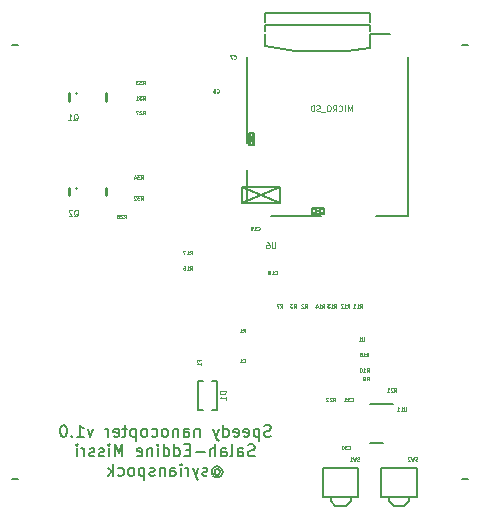
<source format=gbo>
G04 #@! TF.FileFunction,Legend,Bot*
%FSLAX46Y46*%
G04 Gerber Fmt 4.6, Leading zero omitted, Abs format (unit mm)*
G04 Created by KiCad (PCBNEW 4.1.0-alpha+201607160317+6981~46~ubuntu14.04.1-product) date Fri Jul 22 01:01:49 2016*
%MOMM*%
%LPD*%
G01*
G04 APERTURE LIST*
%ADD10C,0.100000*%
%ADD11C,0.150000*%
%ADD12C,0.250000*%
%ADD13C,0.050000*%
%ADD14C,0.125000*%
G04 APERTURE END LIST*
D10*
D11*
X139998571Y-109584761D02*
X139855714Y-109632380D01*
X139617619Y-109632380D01*
X139522380Y-109584761D01*
X139474761Y-109537142D01*
X139427142Y-109441904D01*
X139427142Y-109346666D01*
X139474761Y-109251428D01*
X139522380Y-109203809D01*
X139617619Y-109156190D01*
X139808095Y-109108571D01*
X139903333Y-109060952D01*
X139950952Y-109013333D01*
X139998571Y-108918095D01*
X139998571Y-108822857D01*
X139950952Y-108727619D01*
X139903333Y-108680000D01*
X139808095Y-108632380D01*
X139570000Y-108632380D01*
X139427142Y-108680000D01*
X138998571Y-108965714D02*
X138998571Y-109965714D01*
X138998571Y-109013333D02*
X138903333Y-108965714D01*
X138712857Y-108965714D01*
X138617619Y-109013333D01*
X138570000Y-109060952D01*
X138522380Y-109156190D01*
X138522380Y-109441904D01*
X138570000Y-109537142D01*
X138617619Y-109584761D01*
X138712857Y-109632380D01*
X138903333Y-109632380D01*
X138998571Y-109584761D01*
X137712857Y-109584761D02*
X137808095Y-109632380D01*
X137998571Y-109632380D01*
X138093809Y-109584761D01*
X138141428Y-109489523D01*
X138141428Y-109108571D01*
X138093809Y-109013333D01*
X137998571Y-108965714D01*
X137808095Y-108965714D01*
X137712857Y-109013333D01*
X137665238Y-109108571D01*
X137665238Y-109203809D01*
X138141428Y-109299047D01*
X136855714Y-109584761D02*
X136950952Y-109632380D01*
X137141428Y-109632380D01*
X137236666Y-109584761D01*
X137284285Y-109489523D01*
X137284285Y-109108571D01*
X137236666Y-109013333D01*
X137141428Y-108965714D01*
X136950952Y-108965714D01*
X136855714Y-109013333D01*
X136808095Y-109108571D01*
X136808095Y-109203809D01*
X137284285Y-109299047D01*
X135950952Y-109632380D02*
X135950952Y-108632380D01*
X135950952Y-109584761D02*
X136046190Y-109632380D01*
X136236666Y-109632380D01*
X136331904Y-109584761D01*
X136379523Y-109537142D01*
X136427142Y-109441904D01*
X136427142Y-109156190D01*
X136379523Y-109060952D01*
X136331904Y-109013333D01*
X136236666Y-108965714D01*
X136046190Y-108965714D01*
X135950952Y-109013333D01*
X135570000Y-108965714D02*
X135331904Y-109632380D01*
X135093809Y-108965714D02*
X135331904Y-109632380D01*
X135427142Y-109870476D01*
X135474761Y-109918095D01*
X135570000Y-109965714D01*
X133950952Y-108965714D02*
X133950952Y-109632380D01*
X133950952Y-109060952D02*
X133903333Y-109013333D01*
X133808095Y-108965714D01*
X133665238Y-108965714D01*
X133570000Y-109013333D01*
X133522380Y-109108571D01*
X133522380Y-109632380D01*
X132617619Y-109632380D02*
X132617619Y-109108571D01*
X132665238Y-109013333D01*
X132760476Y-108965714D01*
X132950952Y-108965714D01*
X133046190Y-109013333D01*
X132617619Y-109584761D02*
X132712857Y-109632380D01*
X132950952Y-109632380D01*
X133046190Y-109584761D01*
X133093809Y-109489523D01*
X133093809Y-109394285D01*
X133046190Y-109299047D01*
X132950952Y-109251428D01*
X132712857Y-109251428D01*
X132617619Y-109203809D01*
X132141428Y-108965714D02*
X132141428Y-109632380D01*
X132141428Y-109060952D02*
X132093809Y-109013333D01*
X131998571Y-108965714D01*
X131855714Y-108965714D01*
X131760476Y-109013333D01*
X131712857Y-109108571D01*
X131712857Y-109632380D01*
X131093809Y-109632380D02*
X131189047Y-109584761D01*
X131236666Y-109537142D01*
X131284285Y-109441904D01*
X131284285Y-109156190D01*
X131236666Y-109060952D01*
X131189047Y-109013333D01*
X131093809Y-108965714D01*
X130950952Y-108965714D01*
X130855714Y-109013333D01*
X130808095Y-109060952D01*
X130760476Y-109156190D01*
X130760476Y-109441904D01*
X130808095Y-109537142D01*
X130855714Y-109584761D01*
X130950952Y-109632380D01*
X131093809Y-109632380D01*
X129903333Y-109584761D02*
X129998571Y-109632380D01*
X130189047Y-109632380D01*
X130284285Y-109584761D01*
X130331904Y-109537142D01*
X130379523Y-109441904D01*
X130379523Y-109156190D01*
X130331904Y-109060952D01*
X130284285Y-109013333D01*
X130189047Y-108965714D01*
X129998571Y-108965714D01*
X129903333Y-109013333D01*
X129331904Y-109632380D02*
X129427142Y-109584761D01*
X129474761Y-109537142D01*
X129522380Y-109441904D01*
X129522380Y-109156190D01*
X129474761Y-109060952D01*
X129427142Y-109013333D01*
X129331904Y-108965714D01*
X129189047Y-108965714D01*
X129093809Y-109013333D01*
X129046190Y-109060952D01*
X128998571Y-109156190D01*
X128998571Y-109441904D01*
X129046190Y-109537142D01*
X129093809Y-109584761D01*
X129189047Y-109632380D01*
X129331904Y-109632380D01*
X128570000Y-108965714D02*
X128570000Y-109965714D01*
X128570000Y-109013333D02*
X128474761Y-108965714D01*
X128284285Y-108965714D01*
X128189047Y-109013333D01*
X128141428Y-109060952D01*
X128093809Y-109156190D01*
X128093809Y-109441904D01*
X128141428Y-109537142D01*
X128189047Y-109584761D01*
X128284285Y-109632380D01*
X128474761Y-109632380D01*
X128570000Y-109584761D01*
X127808095Y-108965714D02*
X127427142Y-108965714D01*
X127665238Y-108632380D02*
X127665238Y-109489523D01*
X127617619Y-109584761D01*
X127522380Y-109632380D01*
X127427142Y-109632380D01*
X126712857Y-109584761D02*
X126808095Y-109632380D01*
X126998571Y-109632380D01*
X127093809Y-109584761D01*
X127141428Y-109489523D01*
X127141428Y-109108571D01*
X127093809Y-109013333D01*
X126998571Y-108965714D01*
X126808095Y-108965714D01*
X126712857Y-109013333D01*
X126665238Y-109108571D01*
X126665238Y-109203809D01*
X127141428Y-109299047D01*
X126236666Y-109632380D02*
X126236666Y-108965714D01*
X126236666Y-109156190D02*
X126189047Y-109060952D01*
X126141428Y-109013333D01*
X126046190Y-108965714D01*
X125950952Y-108965714D01*
X124950952Y-108965714D02*
X124712857Y-109632380D01*
X124474761Y-108965714D01*
X123570000Y-109632380D02*
X124141428Y-109632380D01*
X123855714Y-109632380D02*
X123855714Y-108632380D01*
X123950952Y-108775238D01*
X124046190Y-108870476D01*
X124141428Y-108918095D01*
X123141428Y-109537142D02*
X123093809Y-109584761D01*
X123141428Y-109632380D01*
X123189047Y-109584761D01*
X123141428Y-109537142D01*
X123141428Y-109632380D01*
X122474761Y-108632380D02*
X122379523Y-108632380D01*
X122284285Y-108680000D01*
X122236666Y-108727619D01*
X122189047Y-108822857D01*
X122141428Y-109013333D01*
X122141428Y-109251428D01*
X122189047Y-109441904D01*
X122236666Y-109537142D01*
X122284285Y-109584761D01*
X122379523Y-109632380D01*
X122474761Y-109632380D01*
X122570000Y-109584761D01*
X122617619Y-109537142D01*
X122665238Y-109441904D01*
X122712857Y-109251428D01*
X122712857Y-109013333D01*
X122665238Y-108822857D01*
X122617619Y-108727619D01*
X122570000Y-108680000D01*
X122474761Y-108632380D01*
X138617619Y-111234761D02*
X138474761Y-111282380D01*
X138236666Y-111282380D01*
X138141428Y-111234761D01*
X138093809Y-111187142D01*
X138046190Y-111091904D01*
X138046190Y-110996666D01*
X138093809Y-110901428D01*
X138141428Y-110853809D01*
X138236666Y-110806190D01*
X138427142Y-110758571D01*
X138522380Y-110710952D01*
X138570000Y-110663333D01*
X138617619Y-110568095D01*
X138617619Y-110472857D01*
X138570000Y-110377619D01*
X138522380Y-110330000D01*
X138427142Y-110282380D01*
X138189047Y-110282380D01*
X138046190Y-110330000D01*
X137189047Y-111282380D02*
X137189047Y-110758571D01*
X137236666Y-110663333D01*
X137331904Y-110615714D01*
X137522380Y-110615714D01*
X137617619Y-110663333D01*
X137189047Y-111234761D02*
X137284285Y-111282380D01*
X137522380Y-111282380D01*
X137617619Y-111234761D01*
X137665238Y-111139523D01*
X137665238Y-111044285D01*
X137617619Y-110949047D01*
X137522380Y-110901428D01*
X137284285Y-110901428D01*
X137189047Y-110853809D01*
X136570000Y-111282380D02*
X136665238Y-111234761D01*
X136712857Y-111139523D01*
X136712857Y-110282380D01*
X135760476Y-111282380D02*
X135760476Y-110758571D01*
X135808095Y-110663333D01*
X135903333Y-110615714D01*
X136093809Y-110615714D01*
X136189047Y-110663333D01*
X135760476Y-111234761D02*
X135855714Y-111282380D01*
X136093809Y-111282380D01*
X136189047Y-111234761D01*
X136236666Y-111139523D01*
X136236666Y-111044285D01*
X136189047Y-110949047D01*
X136093809Y-110901428D01*
X135855714Y-110901428D01*
X135760476Y-110853809D01*
X135284285Y-111282380D02*
X135284285Y-110282380D01*
X134855714Y-111282380D02*
X134855714Y-110758571D01*
X134903333Y-110663333D01*
X134998571Y-110615714D01*
X135141428Y-110615714D01*
X135236666Y-110663333D01*
X135284285Y-110710952D01*
X134379523Y-110901428D02*
X133617619Y-110901428D01*
X133141428Y-110758571D02*
X132808095Y-110758571D01*
X132665238Y-111282380D02*
X133141428Y-111282380D01*
X133141428Y-110282380D01*
X132665238Y-110282380D01*
X131808095Y-111282380D02*
X131808095Y-110282380D01*
X131808095Y-111234761D02*
X131903333Y-111282380D01*
X132093809Y-111282380D01*
X132189047Y-111234761D01*
X132236666Y-111187142D01*
X132284285Y-111091904D01*
X132284285Y-110806190D01*
X132236666Y-110710952D01*
X132189047Y-110663333D01*
X132093809Y-110615714D01*
X131903333Y-110615714D01*
X131808095Y-110663333D01*
X130903333Y-111282380D02*
X130903333Y-110282380D01*
X130903333Y-111234761D02*
X130998571Y-111282380D01*
X131189047Y-111282380D01*
X131284285Y-111234761D01*
X131331904Y-111187142D01*
X131379523Y-111091904D01*
X131379523Y-110806190D01*
X131331904Y-110710952D01*
X131284285Y-110663333D01*
X131189047Y-110615714D01*
X130998571Y-110615714D01*
X130903333Y-110663333D01*
X130427142Y-111282380D02*
X130427142Y-110615714D01*
X130427142Y-110282380D02*
X130474761Y-110330000D01*
X130427142Y-110377619D01*
X130379523Y-110330000D01*
X130427142Y-110282380D01*
X130427142Y-110377619D01*
X129950952Y-110615714D02*
X129950952Y-111282380D01*
X129950952Y-110710952D02*
X129903333Y-110663333D01*
X129808095Y-110615714D01*
X129665238Y-110615714D01*
X129570000Y-110663333D01*
X129522380Y-110758571D01*
X129522380Y-111282380D01*
X128665238Y-111234761D02*
X128760476Y-111282380D01*
X128950952Y-111282380D01*
X129046190Y-111234761D01*
X129093809Y-111139523D01*
X129093809Y-110758571D01*
X129046190Y-110663333D01*
X128950952Y-110615714D01*
X128760476Y-110615714D01*
X128665238Y-110663333D01*
X128617619Y-110758571D01*
X128617619Y-110853809D01*
X129093809Y-110949047D01*
X127427142Y-111282380D02*
X127427142Y-110282380D01*
X127093809Y-110996666D01*
X126760476Y-110282380D01*
X126760476Y-111282380D01*
X126284285Y-111282380D02*
X126284285Y-110615714D01*
X126284285Y-110282380D02*
X126331904Y-110330000D01*
X126284285Y-110377619D01*
X126236666Y-110330000D01*
X126284285Y-110282380D01*
X126284285Y-110377619D01*
X125855714Y-111234761D02*
X125760476Y-111282380D01*
X125570000Y-111282380D01*
X125474761Y-111234761D01*
X125427142Y-111139523D01*
X125427142Y-111091904D01*
X125474761Y-110996666D01*
X125570000Y-110949047D01*
X125712857Y-110949047D01*
X125808095Y-110901428D01*
X125855714Y-110806190D01*
X125855714Y-110758571D01*
X125808095Y-110663333D01*
X125712857Y-110615714D01*
X125570000Y-110615714D01*
X125474761Y-110663333D01*
X125046190Y-111234761D02*
X124950952Y-111282380D01*
X124760476Y-111282380D01*
X124665238Y-111234761D01*
X124617619Y-111139523D01*
X124617619Y-111091904D01*
X124665238Y-110996666D01*
X124760476Y-110949047D01*
X124903333Y-110949047D01*
X124998571Y-110901428D01*
X125046190Y-110806190D01*
X125046190Y-110758571D01*
X124998571Y-110663333D01*
X124903333Y-110615714D01*
X124760476Y-110615714D01*
X124665238Y-110663333D01*
X124189047Y-111282380D02*
X124189047Y-110615714D01*
X124189047Y-110806190D02*
X124141428Y-110710952D01*
X124093809Y-110663333D01*
X123998571Y-110615714D01*
X123903333Y-110615714D01*
X123570000Y-111282380D02*
X123570000Y-110615714D01*
X123570000Y-110282380D02*
X123617619Y-110330000D01*
X123570000Y-110377619D01*
X123522380Y-110330000D01*
X123570000Y-110282380D01*
X123570000Y-110377619D01*
X135236666Y-112456190D02*
X135284285Y-112408571D01*
X135379523Y-112360952D01*
X135474761Y-112360952D01*
X135570000Y-112408571D01*
X135617619Y-112456190D01*
X135665238Y-112551428D01*
X135665238Y-112646666D01*
X135617619Y-112741904D01*
X135570000Y-112789523D01*
X135474761Y-112837142D01*
X135379523Y-112837142D01*
X135284285Y-112789523D01*
X135236666Y-112741904D01*
X135236666Y-112360952D02*
X135236666Y-112741904D01*
X135189047Y-112789523D01*
X135141428Y-112789523D01*
X135046190Y-112741904D01*
X134998571Y-112646666D01*
X134998571Y-112408571D01*
X135093809Y-112265714D01*
X135236666Y-112170476D01*
X135427142Y-112122857D01*
X135617619Y-112170476D01*
X135760476Y-112265714D01*
X135855714Y-112408571D01*
X135903333Y-112599047D01*
X135855714Y-112789523D01*
X135760476Y-112932380D01*
X135617619Y-113027619D01*
X135427142Y-113075238D01*
X135236666Y-113027619D01*
X135093809Y-112932380D01*
X134617619Y-112884761D02*
X134522380Y-112932380D01*
X134331904Y-112932380D01*
X134236666Y-112884761D01*
X134189047Y-112789523D01*
X134189047Y-112741904D01*
X134236666Y-112646666D01*
X134331904Y-112599047D01*
X134474761Y-112599047D01*
X134570000Y-112551428D01*
X134617619Y-112456190D01*
X134617619Y-112408571D01*
X134570000Y-112313333D01*
X134474761Y-112265714D01*
X134331904Y-112265714D01*
X134236666Y-112313333D01*
X133855714Y-112265714D02*
X133617619Y-112932380D01*
X133379523Y-112265714D02*
X133617619Y-112932380D01*
X133712857Y-113170476D01*
X133760476Y-113218095D01*
X133855714Y-113265714D01*
X132998571Y-112932380D02*
X132998571Y-112265714D01*
X132998571Y-112456190D02*
X132950952Y-112360952D01*
X132903333Y-112313333D01*
X132808095Y-112265714D01*
X132712857Y-112265714D01*
X132379523Y-112932380D02*
X132379523Y-112265714D01*
X132379523Y-111932380D02*
X132427142Y-111980000D01*
X132379523Y-112027619D01*
X132331904Y-111980000D01*
X132379523Y-111932380D01*
X132379523Y-112027619D01*
X131474761Y-112932380D02*
X131474761Y-112408571D01*
X131522380Y-112313333D01*
X131617619Y-112265714D01*
X131808095Y-112265714D01*
X131903333Y-112313333D01*
X131474761Y-112884761D02*
X131570000Y-112932380D01*
X131808095Y-112932380D01*
X131903333Y-112884761D01*
X131950952Y-112789523D01*
X131950952Y-112694285D01*
X131903333Y-112599047D01*
X131808095Y-112551428D01*
X131570000Y-112551428D01*
X131474761Y-112503809D01*
X130998571Y-112265714D02*
X130998571Y-112932380D01*
X130998571Y-112360952D02*
X130950952Y-112313333D01*
X130855714Y-112265714D01*
X130712857Y-112265714D01*
X130617619Y-112313333D01*
X130570000Y-112408571D01*
X130570000Y-112932380D01*
X130141428Y-112884761D02*
X130046190Y-112932380D01*
X129855714Y-112932380D01*
X129760476Y-112884761D01*
X129712857Y-112789523D01*
X129712857Y-112741904D01*
X129760476Y-112646666D01*
X129855714Y-112599047D01*
X129998571Y-112599047D01*
X130093809Y-112551428D01*
X130141428Y-112456190D01*
X130141428Y-112408571D01*
X130093809Y-112313333D01*
X129998571Y-112265714D01*
X129855714Y-112265714D01*
X129760476Y-112313333D01*
X129284285Y-112265714D02*
X129284285Y-113265714D01*
X129284285Y-112313333D02*
X129189047Y-112265714D01*
X128998571Y-112265714D01*
X128903333Y-112313333D01*
X128855714Y-112360952D01*
X128808095Y-112456190D01*
X128808095Y-112741904D01*
X128855714Y-112837142D01*
X128903333Y-112884761D01*
X128998571Y-112932380D01*
X129189047Y-112932380D01*
X129284285Y-112884761D01*
X128236666Y-112932380D02*
X128331904Y-112884761D01*
X128379523Y-112837142D01*
X128427142Y-112741904D01*
X128427142Y-112456190D01*
X128379523Y-112360952D01*
X128331904Y-112313333D01*
X128236666Y-112265714D01*
X128093809Y-112265714D01*
X127998571Y-112313333D01*
X127950952Y-112360952D01*
X127903333Y-112456190D01*
X127903333Y-112741904D01*
X127950952Y-112837142D01*
X127998571Y-112884761D01*
X128093809Y-112932380D01*
X128236666Y-112932380D01*
X127046190Y-112884761D02*
X127141428Y-112932380D01*
X127331904Y-112932380D01*
X127427142Y-112884761D01*
X127474761Y-112837142D01*
X127522380Y-112741904D01*
X127522380Y-112456190D01*
X127474761Y-112360952D01*
X127427142Y-112313333D01*
X127331904Y-112265714D01*
X127141428Y-112265714D01*
X127046190Y-112313333D01*
X126617619Y-112932380D02*
X126617619Y-111932380D01*
X126522380Y-112551428D02*
X126236666Y-112932380D01*
X126236666Y-112265714D02*
X126617619Y-112646666D01*
X135025000Y-107325000D02*
X135425000Y-107325000D01*
X135425000Y-107325000D02*
X135425000Y-104925000D01*
X135425000Y-104925000D02*
X135025000Y-104925000D01*
X134225000Y-104925000D02*
X133825000Y-104925000D01*
X133825000Y-104925000D02*
X133825000Y-107325000D01*
X133825000Y-107325000D02*
X134225000Y-107325000D01*
D12*
X126000000Y-81170000D02*
X126000000Y-80550000D01*
X122900000Y-81170000D02*
X122900000Y-80550000D01*
X123500000Y-80560000D02*
X123500000Y-80550000D01*
X126000000Y-89170000D02*
X126000000Y-88550000D01*
X122900000Y-89170000D02*
X122900000Y-88550000D01*
X123500000Y-88560000D02*
X123500000Y-88550000D01*
D11*
X145050000Y-114770000D02*
X145050000Y-115070000D01*
X145050000Y-115070000D02*
X145450000Y-115470000D01*
X145450000Y-115470000D02*
X146350000Y-115470000D01*
X146350000Y-115470000D02*
X146750000Y-115070000D01*
X146750000Y-115070000D02*
X146750000Y-114770000D01*
X144400000Y-114750000D02*
X144400000Y-112250000D01*
X144400000Y-112250000D02*
X147400000Y-112250000D01*
X147400000Y-112250000D02*
X147400000Y-114750000D01*
X147400000Y-114750000D02*
X144400000Y-114750000D01*
X150000000Y-114770000D02*
X150000000Y-115070000D01*
X150000000Y-115070000D02*
X150400000Y-115470000D01*
X150400000Y-115470000D02*
X151300000Y-115470000D01*
X151300000Y-115470000D02*
X151700000Y-115070000D01*
X151700000Y-115070000D02*
X151700000Y-114770000D01*
X149350000Y-114750000D02*
X149350000Y-112250000D01*
X149350000Y-112250000D02*
X152350000Y-112250000D01*
X152350000Y-112250000D02*
X152350000Y-114750000D01*
X152350000Y-114750000D02*
X149350000Y-114750000D01*
X149525000Y-110125000D02*
X148375000Y-110125000D01*
X150300000Y-106875000D02*
X148375000Y-106875000D01*
X148350000Y-74500000D02*
X148350000Y-73750000D01*
X148350000Y-73750000D02*
X139500000Y-73750000D01*
X139500000Y-73750000D02*
X139500000Y-74500000D01*
X148400000Y-75300000D02*
X148400000Y-74750000D01*
X148400000Y-74750000D02*
X139500000Y-74750000D01*
X139500000Y-74750000D02*
X139500000Y-75300000D01*
X143450000Y-90250000D02*
X144450000Y-90750000D01*
X144450000Y-90250000D02*
X143450000Y-90250000D01*
X143450000Y-90250000D02*
X143450000Y-90750000D01*
X143450000Y-90750000D02*
X144450000Y-90750000D01*
X144450000Y-90750000D02*
X144450000Y-90250000D01*
X144450000Y-90250000D02*
X143450000Y-90750000D01*
X137550000Y-88450000D02*
X140800000Y-89850000D01*
X140750000Y-88450000D02*
X137550000Y-89850000D01*
X138600000Y-84950000D02*
X138100000Y-83950000D01*
X138600000Y-83950000D02*
X138600000Y-84950000D01*
X138600000Y-84950000D02*
X138100000Y-84950000D01*
X138100000Y-84950000D02*
X138100000Y-83950000D01*
X138100000Y-83950000D02*
X138600000Y-83950000D01*
X138600000Y-83950000D02*
X138100000Y-84950000D01*
X140800000Y-88450000D02*
X137550000Y-88450000D01*
X137550000Y-88450000D02*
X137550000Y-89850000D01*
X137550000Y-89850000D02*
X140800000Y-89850000D01*
X140800000Y-89850000D02*
X140800000Y-88450000D01*
X139500000Y-76550000D02*
X139500000Y-75550000D01*
X150100000Y-75550000D02*
X148400000Y-75550000D01*
X148400000Y-75550000D02*
X148400000Y-76750000D01*
X148400000Y-76750000D02*
X146400000Y-76950000D01*
X146400000Y-76950000D02*
X142000000Y-76950000D01*
X142000000Y-76950000D02*
X139500000Y-76550000D01*
X148900000Y-90950000D02*
X151600000Y-90950000D01*
X151600000Y-77450000D02*
X151600000Y-90950000D01*
X138000000Y-84750000D02*
X138000000Y-77450000D01*
X138000000Y-89650000D02*
X138000000Y-87050000D01*
X144200000Y-90950000D02*
X140000000Y-90950000D01*
X156700000Y-76474300D02*
X156200000Y-76474300D01*
X118600000Y-76425000D02*
X118100000Y-76425000D01*
X118600000Y-113225000D02*
X118100000Y-113225000D01*
X156700000Y-113224300D02*
X156200000Y-113224300D01*
D13*
X137650000Y-103307142D02*
X137664285Y-103321428D01*
X137707142Y-103335714D01*
X137735714Y-103335714D01*
X137778571Y-103321428D01*
X137807142Y-103292857D01*
X137821428Y-103264285D01*
X137835714Y-103207142D01*
X137835714Y-103164285D01*
X137821428Y-103107142D01*
X137807142Y-103078571D01*
X137778571Y-103050000D01*
X137735714Y-103035714D01*
X137707142Y-103035714D01*
X137664285Y-103050000D01*
X137650000Y-103064285D01*
X137364285Y-103335714D02*
X137535714Y-103335714D01*
X137450000Y-103335714D02*
X137450000Y-103035714D01*
X137478571Y-103078571D01*
X137507142Y-103107142D01*
X137535714Y-103121428D01*
X136850000Y-77607142D02*
X136864285Y-77621428D01*
X136907142Y-77635714D01*
X136935714Y-77635714D01*
X136978571Y-77621428D01*
X137007142Y-77592857D01*
X137021428Y-77564285D01*
X137035714Y-77507142D01*
X137035714Y-77464285D01*
X137021428Y-77407142D01*
X137007142Y-77378571D01*
X136978571Y-77350000D01*
X136935714Y-77335714D01*
X136907142Y-77335714D01*
X136864285Y-77350000D01*
X136850000Y-77364285D01*
X136750000Y-77335714D02*
X136550000Y-77335714D01*
X136678571Y-77635714D01*
X140342857Y-95860074D02*
X140357142Y-95874360D01*
X140400000Y-95888646D01*
X140428571Y-95888646D01*
X140471428Y-95874360D01*
X140500000Y-95845789D01*
X140514285Y-95817217D01*
X140528571Y-95760074D01*
X140528571Y-95717217D01*
X140514285Y-95660074D01*
X140500000Y-95631503D01*
X140471428Y-95602932D01*
X140428571Y-95588646D01*
X140400000Y-95588646D01*
X140357142Y-95602932D01*
X140342857Y-95617217D01*
X140057142Y-95888646D02*
X140228571Y-95888646D01*
X140142857Y-95888646D02*
X140142857Y-95588646D01*
X140171428Y-95631503D01*
X140200000Y-95660074D01*
X140228571Y-95674360D01*
X139885714Y-95717217D02*
X139914285Y-95702932D01*
X139928571Y-95688646D01*
X139942857Y-95660074D01*
X139942857Y-95645789D01*
X139928571Y-95617217D01*
X139914285Y-95602932D01*
X139885714Y-95588646D01*
X139828571Y-95588646D01*
X139800000Y-95602932D01*
X139785714Y-95617217D01*
X139771428Y-95645789D01*
X139771428Y-95660074D01*
X139785714Y-95688646D01*
X139800000Y-95702932D01*
X139828571Y-95717217D01*
X139885714Y-95717217D01*
X139914285Y-95731503D01*
X139928571Y-95745789D01*
X139942857Y-95774360D01*
X139942857Y-95831503D01*
X139928571Y-95860074D01*
X139914285Y-95874360D01*
X139885714Y-95888646D01*
X139828571Y-95888646D01*
X139800000Y-95874360D01*
X139785714Y-95860074D01*
X139771428Y-95831503D01*
X139771428Y-95774360D01*
X139785714Y-95745789D01*
X139800000Y-95731503D01*
X139828571Y-95717217D01*
X138842857Y-92107142D02*
X138857142Y-92121428D01*
X138900000Y-92135714D01*
X138928571Y-92135714D01*
X138971428Y-92121428D01*
X139000000Y-92092857D01*
X139014285Y-92064285D01*
X139028571Y-92007142D01*
X139028571Y-91964285D01*
X139014285Y-91907142D01*
X139000000Y-91878571D01*
X138971428Y-91850000D01*
X138928571Y-91835714D01*
X138900000Y-91835714D01*
X138857142Y-91850000D01*
X138842857Y-91864285D01*
X138557142Y-92135714D02*
X138728571Y-92135714D01*
X138642857Y-92135714D02*
X138642857Y-91835714D01*
X138671428Y-91878571D01*
X138700000Y-91907142D01*
X138728571Y-91921428D01*
X138414285Y-92135714D02*
X138357142Y-92135714D01*
X138328571Y-92121428D01*
X138314285Y-92107142D01*
X138285714Y-92064285D01*
X138271428Y-92007142D01*
X138271428Y-91892857D01*
X138285714Y-91864285D01*
X138300000Y-91850000D01*
X138328571Y-91835714D01*
X138385714Y-91835714D01*
X138414285Y-91850000D01*
X138428571Y-91864285D01*
X138442857Y-91892857D01*
X138442857Y-91964285D01*
X138428571Y-91992857D01*
X138414285Y-92007142D01*
X138385714Y-92021428D01*
X138328571Y-92021428D01*
X138300000Y-92007142D01*
X138285714Y-91992857D01*
X138271428Y-91964285D01*
X146542857Y-110657142D02*
X146557142Y-110671428D01*
X146600000Y-110685714D01*
X146628571Y-110685714D01*
X146671428Y-110671428D01*
X146700000Y-110642857D01*
X146714285Y-110614285D01*
X146728571Y-110557142D01*
X146728571Y-110514285D01*
X146714285Y-110457142D01*
X146700000Y-110428571D01*
X146671428Y-110400000D01*
X146628571Y-110385714D01*
X146600000Y-110385714D01*
X146557142Y-110400000D01*
X146542857Y-110414285D01*
X146442857Y-110385714D02*
X146257142Y-110385714D01*
X146357142Y-110500000D01*
X146314285Y-110500000D01*
X146285714Y-110514285D01*
X146271428Y-110528571D01*
X146257142Y-110557142D01*
X146257142Y-110628571D01*
X146271428Y-110657142D01*
X146285714Y-110671428D01*
X146314285Y-110685714D01*
X146400000Y-110685714D01*
X146428571Y-110671428D01*
X146442857Y-110657142D01*
X146071428Y-110385714D02*
X146042857Y-110385714D01*
X146014285Y-110400000D01*
X146000000Y-110414285D01*
X145985714Y-110442857D01*
X145971428Y-110500000D01*
X145971428Y-110571428D01*
X145985714Y-110628571D01*
X146000000Y-110657142D01*
X146014285Y-110671428D01*
X146042857Y-110685714D01*
X146071428Y-110685714D01*
X146100000Y-110671428D01*
X146114285Y-110657142D01*
X146128571Y-110628571D01*
X146142857Y-110571428D01*
X146142857Y-110500000D01*
X146128571Y-110442857D01*
X146114285Y-110414285D01*
X146100000Y-110400000D01*
X146071428Y-110385714D01*
X146792857Y-106607142D02*
X146807142Y-106621428D01*
X146850000Y-106635714D01*
X146878571Y-106635714D01*
X146921428Y-106621428D01*
X146950000Y-106592857D01*
X146964285Y-106564285D01*
X146978571Y-106507142D01*
X146978571Y-106464285D01*
X146964285Y-106407142D01*
X146950000Y-106378571D01*
X146921428Y-106350000D01*
X146878571Y-106335714D01*
X146850000Y-106335714D01*
X146807142Y-106350000D01*
X146792857Y-106364285D01*
X146692857Y-106335714D02*
X146507142Y-106335714D01*
X146607142Y-106450000D01*
X146564285Y-106450000D01*
X146535714Y-106464285D01*
X146521428Y-106478571D01*
X146507142Y-106507142D01*
X146507142Y-106578571D01*
X146521428Y-106607142D01*
X146535714Y-106621428D01*
X146564285Y-106635714D01*
X146650000Y-106635714D01*
X146678571Y-106621428D01*
X146692857Y-106607142D01*
X146221428Y-106635714D02*
X146392857Y-106635714D01*
X146307142Y-106635714D02*
X146307142Y-106335714D01*
X146335714Y-106378571D01*
X146364285Y-106407142D01*
X146392857Y-106421428D01*
D14*
X136151190Y-105755952D02*
X135651190Y-105755952D01*
X135651190Y-105875000D01*
X135675000Y-105946428D01*
X135722619Y-105994047D01*
X135770238Y-106017857D01*
X135865476Y-106041666D01*
X135936904Y-106041666D01*
X136032142Y-106017857D01*
X136079761Y-105994047D01*
X136127380Y-105946428D01*
X136151190Y-105875000D01*
X136151190Y-105755952D01*
X136151190Y-106517857D02*
X136151190Y-106232142D01*
X136151190Y-106375000D02*
X135651190Y-106375000D01*
X135722619Y-106327380D01*
X135770238Y-106279761D01*
X135794047Y-106232142D01*
D13*
X133878571Y-103250000D02*
X133878571Y-103150000D01*
X134035714Y-103150000D02*
X133735714Y-103150000D01*
X133735714Y-103292857D01*
X134035714Y-103564285D02*
X134035714Y-103392857D01*
X134035714Y-103478571D02*
X133735714Y-103478571D01*
X133778571Y-103450000D01*
X133807142Y-103421428D01*
X133821428Y-103392857D01*
D14*
X123272619Y-82848809D02*
X123320238Y-82825000D01*
X123367857Y-82777380D01*
X123439285Y-82705952D01*
X123486904Y-82682142D01*
X123534523Y-82682142D01*
X123510714Y-82801190D02*
X123558333Y-82777380D01*
X123605952Y-82729761D01*
X123629761Y-82634523D01*
X123629761Y-82467857D01*
X123605952Y-82372619D01*
X123558333Y-82325000D01*
X123510714Y-82301190D01*
X123415476Y-82301190D01*
X123367857Y-82325000D01*
X123320238Y-82372619D01*
X123296428Y-82467857D01*
X123296428Y-82634523D01*
X123320238Y-82729761D01*
X123367857Y-82777380D01*
X123415476Y-82801190D01*
X123510714Y-82801190D01*
X122820238Y-82801190D02*
X123105952Y-82801190D01*
X122963095Y-82801190D02*
X122963095Y-82301190D01*
X123010714Y-82372619D01*
X123058333Y-82420238D01*
X123105952Y-82444047D01*
X123322619Y-90948809D02*
X123370238Y-90925000D01*
X123417857Y-90877380D01*
X123489285Y-90805952D01*
X123536904Y-90782142D01*
X123584523Y-90782142D01*
X123560714Y-90901190D02*
X123608333Y-90877380D01*
X123655952Y-90829761D01*
X123679761Y-90734523D01*
X123679761Y-90567857D01*
X123655952Y-90472619D01*
X123608333Y-90425000D01*
X123560714Y-90401190D01*
X123465476Y-90401190D01*
X123417857Y-90425000D01*
X123370238Y-90472619D01*
X123346428Y-90567857D01*
X123346428Y-90734523D01*
X123370238Y-90829761D01*
X123417857Y-90877380D01*
X123465476Y-90901190D01*
X123560714Y-90901190D01*
X123155952Y-90448809D02*
X123132142Y-90425000D01*
X123084523Y-90401190D01*
X122965476Y-90401190D01*
X122917857Y-90425000D01*
X122894047Y-90448809D01*
X122870238Y-90496428D01*
X122870238Y-90544047D01*
X122894047Y-90615476D01*
X123179761Y-90901190D01*
X122870238Y-90901190D01*
D13*
X137650000Y-100785714D02*
X137750000Y-100642857D01*
X137821428Y-100785714D02*
X137821428Y-100485714D01*
X137707142Y-100485714D01*
X137678571Y-100500000D01*
X137664285Y-100514285D01*
X137650000Y-100542857D01*
X137650000Y-100585714D01*
X137664285Y-100614285D01*
X137678571Y-100628571D01*
X137707142Y-100642857D01*
X137821428Y-100642857D01*
X137364285Y-100785714D02*
X137535714Y-100785714D01*
X137450000Y-100785714D02*
X137450000Y-100485714D01*
X137478571Y-100528571D01*
X137507142Y-100557142D01*
X137535714Y-100571428D01*
X142860000Y-98695714D02*
X142960000Y-98552857D01*
X143031428Y-98695714D02*
X143031428Y-98395714D01*
X142917142Y-98395714D01*
X142888571Y-98410000D01*
X142874285Y-98424285D01*
X142860000Y-98452857D01*
X142860000Y-98495714D01*
X142874285Y-98524285D01*
X142888571Y-98538571D01*
X142917142Y-98552857D01*
X143031428Y-98552857D01*
X142745714Y-98424285D02*
X142731428Y-98410000D01*
X142702857Y-98395714D01*
X142631428Y-98395714D01*
X142602857Y-98410000D01*
X142588571Y-98424285D01*
X142574285Y-98452857D01*
X142574285Y-98481428D01*
X142588571Y-98524285D01*
X142760000Y-98695714D01*
X142574285Y-98695714D01*
X141910000Y-98685714D02*
X142010000Y-98542857D01*
X142081428Y-98685714D02*
X142081428Y-98385714D01*
X141967142Y-98385714D01*
X141938571Y-98400000D01*
X141924285Y-98414285D01*
X141910000Y-98442857D01*
X141910000Y-98485714D01*
X141924285Y-98514285D01*
X141938571Y-98528571D01*
X141967142Y-98542857D01*
X142081428Y-98542857D01*
X141810000Y-98385714D02*
X141624285Y-98385714D01*
X141724285Y-98500000D01*
X141681428Y-98500000D01*
X141652857Y-98514285D01*
X141638571Y-98528571D01*
X141624285Y-98557142D01*
X141624285Y-98628571D01*
X141638571Y-98657142D01*
X141652857Y-98671428D01*
X141681428Y-98685714D01*
X141767142Y-98685714D01*
X141795714Y-98671428D01*
X141810000Y-98657142D01*
X140790000Y-98685714D02*
X140890000Y-98542857D01*
X140961428Y-98685714D02*
X140961428Y-98385714D01*
X140847142Y-98385714D01*
X140818571Y-98400000D01*
X140804285Y-98414285D01*
X140790000Y-98442857D01*
X140790000Y-98485714D01*
X140804285Y-98514285D01*
X140818571Y-98528571D01*
X140847142Y-98542857D01*
X140961428Y-98542857D01*
X140690000Y-98385714D02*
X140490000Y-98385714D01*
X140618571Y-98685714D01*
X148100000Y-104860714D02*
X148200000Y-104717857D01*
X148271428Y-104860714D02*
X148271428Y-104560714D01*
X148157142Y-104560714D01*
X148128571Y-104575000D01*
X148114285Y-104589285D01*
X148100000Y-104617857D01*
X148100000Y-104660714D01*
X148114285Y-104689285D01*
X148128571Y-104703571D01*
X148157142Y-104717857D01*
X148271428Y-104717857D01*
X147957142Y-104860714D02*
X147900000Y-104860714D01*
X147871428Y-104846428D01*
X147857142Y-104832142D01*
X147828571Y-104789285D01*
X147814285Y-104732142D01*
X147814285Y-104617857D01*
X147828571Y-104589285D01*
X147842857Y-104575000D01*
X147871428Y-104560714D01*
X147928571Y-104560714D01*
X147957142Y-104575000D01*
X147971428Y-104589285D01*
X147985714Y-104617857D01*
X147985714Y-104689285D01*
X147971428Y-104717857D01*
X147957142Y-104732142D01*
X147928571Y-104746428D01*
X147871428Y-104746428D01*
X147842857Y-104732142D01*
X147828571Y-104717857D01*
X147814285Y-104689285D01*
X148102857Y-104125714D02*
X148202857Y-103982857D01*
X148274285Y-104125714D02*
X148274285Y-103825714D01*
X148160000Y-103825714D01*
X148131428Y-103840000D01*
X148117142Y-103854285D01*
X148102857Y-103882857D01*
X148102857Y-103925714D01*
X148117142Y-103954285D01*
X148131428Y-103968571D01*
X148160000Y-103982857D01*
X148274285Y-103982857D01*
X147817142Y-104125714D02*
X147988571Y-104125714D01*
X147902857Y-104125714D02*
X147902857Y-103825714D01*
X147931428Y-103868571D01*
X147960000Y-103897142D01*
X147988571Y-103911428D01*
X147631428Y-103825714D02*
X147602857Y-103825714D01*
X147574285Y-103840000D01*
X147560000Y-103854285D01*
X147545714Y-103882857D01*
X147531428Y-103940000D01*
X147531428Y-104011428D01*
X147545714Y-104068571D01*
X147560000Y-104097142D01*
X147574285Y-104111428D01*
X147602857Y-104125714D01*
X147631428Y-104125714D01*
X147660000Y-104111428D01*
X147674285Y-104097142D01*
X147688571Y-104068571D01*
X147702857Y-104011428D01*
X147702857Y-103940000D01*
X147688571Y-103882857D01*
X147674285Y-103854285D01*
X147660000Y-103840000D01*
X147631428Y-103825714D01*
X147542857Y-98685714D02*
X147642857Y-98542857D01*
X147714285Y-98685714D02*
X147714285Y-98385714D01*
X147600000Y-98385714D01*
X147571428Y-98400000D01*
X147557142Y-98414285D01*
X147542857Y-98442857D01*
X147542857Y-98485714D01*
X147557142Y-98514285D01*
X147571428Y-98528571D01*
X147600000Y-98542857D01*
X147714285Y-98542857D01*
X147257142Y-98685714D02*
X147428571Y-98685714D01*
X147342857Y-98685714D02*
X147342857Y-98385714D01*
X147371428Y-98428571D01*
X147400000Y-98457142D01*
X147428571Y-98471428D01*
X146971428Y-98685714D02*
X147142857Y-98685714D01*
X147057142Y-98685714D02*
X147057142Y-98385714D01*
X147085714Y-98428571D01*
X147114285Y-98457142D01*
X147142857Y-98471428D01*
X146467857Y-98685714D02*
X146567857Y-98542857D01*
X146639285Y-98685714D02*
X146639285Y-98385714D01*
X146525000Y-98385714D01*
X146496428Y-98400000D01*
X146482142Y-98414285D01*
X146467857Y-98442857D01*
X146467857Y-98485714D01*
X146482142Y-98514285D01*
X146496428Y-98528571D01*
X146525000Y-98542857D01*
X146639285Y-98542857D01*
X146182142Y-98685714D02*
X146353571Y-98685714D01*
X146267857Y-98685714D02*
X146267857Y-98385714D01*
X146296428Y-98428571D01*
X146325000Y-98457142D01*
X146353571Y-98471428D01*
X146067857Y-98414285D02*
X146053571Y-98400000D01*
X146025000Y-98385714D01*
X145953571Y-98385714D01*
X145925000Y-98400000D01*
X145910714Y-98414285D01*
X145896428Y-98442857D01*
X145896428Y-98471428D01*
X145910714Y-98514285D01*
X146082142Y-98685714D01*
X145896428Y-98685714D01*
X145342857Y-98685714D02*
X145442857Y-98542857D01*
X145514285Y-98685714D02*
X145514285Y-98385714D01*
X145400000Y-98385714D01*
X145371428Y-98400000D01*
X145357142Y-98414285D01*
X145342857Y-98442857D01*
X145342857Y-98485714D01*
X145357142Y-98514285D01*
X145371428Y-98528571D01*
X145400000Y-98542857D01*
X145514285Y-98542857D01*
X145057142Y-98685714D02*
X145228571Y-98685714D01*
X145142857Y-98685714D02*
X145142857Y-98385714D01*
X145171428Y-98428571D01*
X145200000Y-98457142D01*
X145228571Y-98471428D01*
X144957142Y-98385714D02*
X144771428Y-98385714D01*
X144871428Y-98500000D01*
X144828571Y-98500000D01*
X144800000Y-98514285D01*
X144785714Y-98528571D01*
X144771428Y-98557142D01*
X144771428Y-98628571D01*
X144785714Y-98657142D01*
X144800000Y-98671428D01*
X144828571Y-98685714D01*
X144914285Y-98685714D01*
X144942857Y-98671428D01*
X144957142Y-98657142D01*
X144342857Y-98705714D02*
X144442857Y-98562857D01*
X144514285Y-98705714D02*
X144514285Y-98405714D01*
X144400000Y-98405714D01*
X144371428Y-98420000D01*
X144357142Y-98434285D01*
X144342857Y-98462857D01*
X144342857Y-98505714D01*
X144357142Y-98534285D01*
X144371428Y-98548571D01*
X144400000Y-98562857D01*
X144514285Y-98562857D01*
X144057142Y-98705714D02*
X144228571Y-98705714D01*
X144142857Y-98705714D02*
X144142857Y-98405714D01*
X144171428Y-98448571D01*
X144200000Y-98477142D01*
X144228571Y-98491428D01*
X143800000Y-98505714D02*
X143800000Y-98705714D01*
X143871428Y-98391428D02*
X143942857Y-98605714D01*
X143757142Y-98605714D01*
X148082857Y-102825714D02*
X148182857Y-102682857D01*
X148254285Y-102825714D02*
X148254285Y-102525714D01*
X148140000Y-102525714D01*
X148111428Y-102540000D01*
X148097142Y-102554285D01*
X148082857Y-102582857D01*
X148082857Y-102625714D01*
X148097142Y-102654285D01*
X148111428Y-102668571D01*
X148140000Y-102682857D01*
X148254285Y-102682857D01*
X147797142Y-102825714D02*
X147968571Y-102825714D01*
X147882857Y-102825714D02*
X147882857Y-102525714D01*
X147911428Y-102568571D01*
X147940000Y-102597142D01*
X147968571Y-102611428D01*
X147525714Y-102525714D02*
X147668571Y-102525714D01*
X147682857Y-102668571D01*
X147668571Y-102654285D01*
X147640000Y-102640000D01*
X147568571Y-102640000D01*
X147540000Y-102654285D01*
X147525714Y-102668571D01*
X147511428Y-102697142D01*
X147511428Y-102768571D01*
X147525714Y-102797142D01*
X147540000Y-102811428D01*
X147568571Y-102825714D01*
X147640000Y-102825714D01*
X147668571Y-102811428D01*
X147682857Y-102797142D01*
X133142857Y-95495714D02*
X133242857Y-95352857D01*
X133314285Y-95495714D02*
X133314285Y-95195714D01*
X133200000Y-95195714D01*
X133171428Y-95210000D01*
X133157142Y-95224285D01*
X133142857Y-95252857D01*
X133142857Y-95295714D01*
X133157142Y-95324285D01*
X133171428Y-95338571D01*
X133200000Y-95352857D01*
X133314285Y-95352857D01*
X132857142Y-95495714D02*
X133028571Y-95495714D01*
X132942857Y-95495714D02*
X132942857Y-95195714D01*
X132971428Y-95238571D01*
X133000000Y-95267142D01*
X133028571Y-95281428D01*
X132600000Y-95195714D02*
X132657142Y-95195714D01*
X132685714Y-95210000D01*
X132700000Y-95224285D01*
X132728571Y-95267142D01*
X132742857Y-95324285D01*
X132742857Y-95438571D01*
X132728571Y-95467142D01*
X132714285Y-95481428D01*
X132685714Y-95495714D01*
X132628571Y-95495714D01*
X132600000Y-95481428D01*
X132585714Y-95467142D01*
X132571428Y-95438571D01*
X132571428Y-95367142D01*
X132585714Y-95338571D01*
X132600000Y-95324285D01*
X132628571Y-95310000D01*
X132685714Y-95310000D01*
X132714285Y-95324285D01*
X132728571Y-95338571D01*
X132742857Y-95367142D01*
X133132857Y-94175714D02*
X133232857Y-94032857D01*
X133304285Y-94175714D02*
X133304285Y-93875714D01*
X133190000Y-93875714D01*
X133161428Y-93890000D01*
X133147142Y-93904285D01*
X133132857Y-93932857D01*
X133132857Y-93975714D01*
X133147142Y-94004285D01*
X133161428Y-94018571D01*
X133190000Y-94032857D01*
X133304285Y-94032857D01*
X132847142Y-94175714D02*
X133018571Y-94175714D01*
X132932857Y-94175714D02*
X132932857Y-93875714D01*
X132961428Y-93918571D01*
X132990000Y-93947142D01*
X133018571Y-93961428D01*
X132747142Y-93875714D02*
X132547142Y-93875714D01*
X132675714Y-94175714D01*
X150412857Y-105799714D02*
X150512857Y-105656857D01*
X150584285Y-105799714D02*
X150584285Y-105499714D01*
X150470000Y-105499714D01*
X150441428Y-105514000D01*
X150427142Y-105528285D01*
X150412857Y-105556857D01*
X150412857Y-105599714D01*
X150427142Y-105628285D01*
X150441428Y-105642571D01*
X150470000Y-105656857D01*
X150584285Y-105656857D01*
X150298571Y-105528285D02*
X150284285Y-105514000D01*
X150255714Y-105499714D01*
X150184285Y-105499714D01*
X150155714Y-105514000D01*
X150141428Y-105528285D01*
X150127142Y-105556857D01*
X150127142Y-105585428D01*
X150141428Y-105628285D01*
X150312857Y-105799714D01*
X150127142Y-105799714D01*
X149841428Y-105799714D02*
X150012857Y-105799714D01*
X149927142Y-105799714D02*
X149927142Y-105499714D01*
X149955714Y-105542571D01*
X149984285Y-105571142D01*
X150012857Y-105585428D01*
X145242857Y-106635714D02*
X145342857Y-106492857D01*
X145414285Y-106635714D02*
X145414285Y-106335714D01*
X145300000Y-106335714D01*
X145271428Y-106350000D01*
X145257142Y-106364285D01*
X145242857Y-106392857D01*
X145242857Y-106435714D01*
X145257142Y-106464285D01*
X145271428Y-106478571D01*
X145300000Y-106492857D01*
X145414285Y-106492857D01*
X145128571Y-106364285D02*
X145114285Y-106350000D01*
X145085714Y-106335714D01*
X145014285Y-106335714D01*
X144985714Y-106350000D01*
X144971428Y-106364285D01*
X144957142Y-106392857D01*
X144957142Y-106421428D01*
X144971428Y-106464285D01*
X145142857Y-106635714D01*
X144957142Y-106635714D01*
X144842857Y-106364285D02*
X144828571Y-106350000D01*
X144800000Y-106335714D01*
X144728571Y-106335714D01*
X144700000Y-106350000D01*
X144685714Y-106364285D01*
X144671428Y-106392857D01*
X144671428Y-106421428D01*
X144685714Y-106464285D01*
X144857142Y-106635714D01*
X144671428Y-106635714D01*
X129142857Y-82335714D02*
X129242857Y-82192857D01*
X129314285Y-82335714D02*
X129314285Y-82035714D01*
X129200000Y-82035714D01*
X129171428Y-82050000D01*
X129157142Y-82064285D01*
X129142857Y-82092857D01*
X129142857Y-82135714D01*
X129157142Y-82164285D01*
X129171428Y-82178571D01*
X129200000Y-82192857D01*
X129314285Y-82192857D01*
X129028571Y-82064285D02*
X129014285Y-82050000D01*
X128985714Y-82035714D01*
X128914285Y-82035714D01*
X128885714Y-82050000D01*
X128871428Y-82064285D01*
X128857142Y-82092857D01*
X128857142Y-82121428D01*
X128871428Y-82164285D01*
X129042857Y-82335714D01*
X128857142Y-82335714D01*
X128757142Y-82035714D02*
X128557142Y-82035714D01*
X128685714Y-82335714D01*
X127542857Y-91135714D02*
X127642857Y-90992857D01*
X127714285Y-91135714D02*
X127714285Y-90835714D01*
X127600000Y-90835714D01*
X127571428Y-90850000D01*
X127557142Y-90864285D01*
X127542857Y-90892857D01*
X127542857Y-90935714D01*
X127557142Y-90964285D01*
X127571428Y-90978571D01*
X127600000Y-90992857D01*
X127714285Y-90992857D01*
X127428571Y-90864285D02*
X127414285Y-90850000D01*
X127385714Y-90835714D01*
X127314285Y-90835714D01*
X127285714Y-90850000D01*
X127271428Y-90864285D01*
X127257142Y-90892857D01*
X127257142Y-90921428D01*
X127271428Y-90964285D01*
X127442857Y-91135714D01*
X127257142Y-91135714D01*
X127085714Y-90964285D02*
X127114285Y-90950000D01*
X127128571Y-90935714D01*
X127142857Y-90907142D01*
X127142857Y-90892857D01*
X127128571Y-90864285D01*
X127114285Y-90850000D01*
X127085714Y-90835714D01*
X127028571Y-90835714D01*
X127000000Y-90850000D01*
X126985714Y-90864285D01*
X126971428Y-90892857D01*
X126971428Y-90907142D01*
X126985714Y-90935714D01*
X127000000Y-90950000D01*
X127028571Y-90964285D01*
X127085714Y-90964285D01*
X127114285Y-90978571D01*
X127128571Y-90992857D01*
X127142857Y-91021428D01*
X127142857Y-91078571D01*
X127128571Y-91107142D01*
X127114285Y-91121428D01*
X127085714Y-91135714D01*
X127028571Y-91135714D01*
X127000000Y-91121428D01*
X126985714Y-91107142D01*
X126971428Y-91078571D01*
X126971428Y-91021428D01*
X126985714Y-90992857D01*
X127000000Y-90978571D01*
X127028571Y-90964285D01*
X129142857Y-81085714D02*
X129242857Y-80942857D01*
X129314285Y-81085714D02*
X129314285Y-80785714D01*
X129200000Y-80785714D01*
X129171428Y-80800000D01*
X129157142Y-80814285D01*
X129142857Y-80842857D01*
X129142857Y-80885714D01*
X129157142Y-80914285D01*
X129171428Y-80928571D01*
X129200000Y-80942857D01*
X129314285Y-80942857D01*
X129042857Y-80785714D02*
X128857142Y-80785714D01*
X128957142Y-80900000D01*
X128914285Y-80900000D01*
X128885714Y-80914285D01*
X128871428Y-80928571D01*
X128857142Y-80957142D01*
X128857142Y-81028571D01*
X128871428Y-81057142D01*
X128885714Y-81071428D01*
X128914285Y-81085714D01*
X129000000Y-81085714D01*
X129028571Y-81071428D01*
X129042857Y-81057142D01*
X128571428Y-81085714D02*
X128742857Y-81085714D01*
X128657142Y-81085714D02*
X128657142Y-80785714D01*
X128685714Y-80828571D01*
X128714285Y-80857142D01*
X128742857Y-80871428D01*
X128967857Y-89560714D02*
X129067857Y-89417857D01*
X129139285Y-89560714D02*
X129139285Y-89260714D01*
X129025000Y-89260714D01*
X128996428Y-89275000D01*
X128982142Y-89289285D01*
X128967857Y-89317857D01*
X128967857Y-89360714D01*
X128982142Y-89389285D01*
X128996428Y-89403571D01*
X129025000Y-89417857D01*
X129139285Y-89417857D01*
X128867857Y-89260714D02*
X128682142Y-89260714D01*
X128782142Y-89375000D01*
X128739285Y-89375000D01*
X128710714Y-89389285D01*
X128696428Y-89403571D01*
X128682142Y-89432142D01*
X128682142Y-89503571D01*
X128696428Y-89532142D01*
X128710714Y-89546428D01*
X128739285Y-89560714D01*
X128825000Y-89560714D01*
X128853571Y-89546428D01*
X128867857Y-89532142D01*
X128567857Y-89289285D02*
X128553571Y-89275000D01*
X128525000Y-89260714D01*
X128453571Y-89260714D01*
X128425000Y-89275000D01*
X128410714Y-89289285D01*
X128396428Y-89317857D01*
X128396428Y-89346428D01*
X128410714Y-89389285D01*
X128582142Y-89560714D01*
X128396428Y-89560714D01*
X129142857Y-79785714D02*
X129242857Y-79642857D01*
X129314285Y-79785714D02*
X129314285Y-79485714D01*
X129200000Y-79485714D01*
X129171428Y-79500000D01*
X129157142Y-79514285D01*
X129142857Y-79542857D01*
X129142857Y-79585714D01*
X129157142Y-79614285D01*
X129171428Y-79628571D01*
X129200000Y-79642857D01*
X129314285Y-79642857D01*
X129042857Y-79485714D02*
X128857142Y-79485714D01*
X128957142Y-79600000D01*
X128914285Y-79600000D01*
X128885714Y-79614285D01*
X128871428Y-79628571D01*
X128857142Y-79657142D01*
X128857142Y-79728571D01*
X128871428Y-79757142D01*
X128885714Y-79771428D01*
X128914285Y-79785714D01*
X129000000Y-79785714D01*
X129028571Y-79771428D01*
X129042857Y-79757142D01*
X128757142Y-79485714D02*
X128571428Y-79485714D01*
X128671428Y-79600000D01*
X128628571Y-79600000D01*
X128600000Y-79614285D01*
X128585714Y-79628571D01*
X128571428Y-79657142D01*
X128571428Y-79728571D01*
X128585714Y-79757142D01*
X128600000Y-79771428D01*
X128628571Y-79785714D01*
X128714285Y-79785714D01*
X128742857Y-79771428D01*
X128757142Y-79757142D01*
X128967857Y-87795714D02*
X129067857Y-87652857D01*
X129139285Y-87795714D02*
X129139285Y-87495714D01*
X129025000Y-87495714D01*
X128996428Y-87510000D01*
X128982142Y-87524285D01*
X128967857Y-87552857D01*
X128967857Y-87595714D01*
X128982142Y-87624285D01*
X128996428Y-87638571D01*
X129025000Y-87652857D01*
X129139285Y-87652857D01*
X128867857Y-87495714D02*
X128682142Y-87495714D01*
X128782142Y-87610000D01*
X128739285Y-87610000D01*
X128710714Y-87624285D01*
X128696428Y-87638571D01*
X128682142Y-87667142D01*
X128682142Y-87738571D01*
X128696428Y-87767142D01*
X128710714Y-87781428D01*
X128739285Y-87795714D01*
X128825000Y-87795714D01*
X128853571Y-87781428D01*
X128867857Y-87767142D01*
X128425000Y-87595714D02*
X128425000Y-87795714D01*
X128496428Y-87481428D02*
X128567857Y-87695714D01*
X128382142Y-87695714D01*
X147480000Y-111661428D02*
X147437142Y-111675714D01*
X147365714Y-111675714D01*
X147337142Y-111661428D01*
X147322857Y-111647142D01*
X147308571Y-111618571D01*
X147308571Y-111590000D01*
X147322857Y-111561428D01*
X147337142Y-111547142D01*
X147365714Y-111532857D01*
X147422857Y-111518571D01*
X147451428Y-111504285D01*
X147465714Y-111490000D01*
X147480000Y-111461428D01*
X147480000Y-111432857D01*
X147465714Y-111404285D01*
X147451428Y-111390000D01*
X147422857Y-111375714D01*
X147351428Y-111375714D01*
X147308571Y-111390000D01*
X147208571Y-111375714D02*
X147137142Y-111675714D01*
X147080000Y-111461428D01*
X147022857Y-111675714D01*
X146951428Y-111375714D01*
X146680000Y-111675714D02*
X146851428Y-111675714D01*
X146765714Y-111675714D02*
X146765714Y-111375714D01*
X146794285Y-111418571D01*
X146822857Y-111447142D01*
X146851428Y-111461428D01*
X152400000Y-111641428D02*
X152357142Y-111655714D01*
X152285714Y-111655714D01*
X152257142Y-111641428D01*
X152242857Y-111627142D01*
X152228571Y-111598571D01*
X152228571Y-111570000D01*
X152242857Y-111541428D01*
X152257142Y-111527142D01*
X152285714Y-111512857D01*
X152342857Y-111498571D01*
X152371428Y-111484285D01*
X152385714Y-111470000D01*
X152400000Y-111441428D01*
X152400000Y-111412857D01*
X152385714Y-111384285D01*
X152371428Y-111370000D01*
X152342857Y-111355714D01*
X152271428Y-111355714D01*
X152228571Y-111370000D01*
X152128571Y-111355714D02*
X152057142Y-111655714D01*
X152000000Y-111441428D01*
X151942857Y-111655714D01*
X151871428Y-111355714D01*
X151771428Y-111384285D02*
X151757142Y-111370000D01*
X151728571Y-111355714D01*
X151657142Y-111355714D01*
X151628571Y-111370000D01*
X151614285Y-111384285D01*
X151600000Y-111412857D01*
X151600000Y-111441428D01*
X151614285Y-111484285D01*
X151785714Y-111655714D01*
X151600000Y-111655714D01*
X147888571Y-101215714D02*
X147888571Y-101458571D01*
X147874285Y-101487142D01*
X147860000Y-101501428D01*
X147831428Y-101515714D01*
X147774285Y-101515714D01*
X147745714Y-101501428D01*
X147731428Y-101487142D01*
X147717142Y-101458571D01*
X147717142Y-101215714D01*
X147417142Y-101515714D02*
X147588571Y-101515714D01*
X147502857Y-101515714D02*
X147502857Y-101215714D01*
X147531428Y-101258571D01*
X147560000Y-101287142D01*
X147588571Y-101301428D01*
D10*
X140380952Y-93176190D02*
X140380952Y-93580952D01*
X140357142Y-93628571D01*
X140333333Y-93652380D01*
X140285714Y-93676190D01*
X140190476Y-93676190D01*
X140142857Y-93652380D01*
X140119047Y-93628571D01*
X140095238Y-93580952D01*
X140095238Y-93176190D01*
X139642857Y-93176190D02*
X139738095Y-93176190D01*
X139785714Y-93200000D01*
X139809523Y-93223809D01*
X139857142Y-93295238D01*
X139880952Y-93390476D01*
X139880952Y-93580952D01*
X139857142Y-93628571D01*
X139833333Y-93652380D01*
X139785714Y-93676190D01*
X139690476Y-93676190D01*
X139642857Y-93652380D01*
X139619047Y-93628571D01*
X139595238Y-93580952D01*
X139595238Y-93461904D01*
X139619047Y-93414285D01*
X139642857Y-93390476D01*
X139690476Y-93366666D01*
X139785714Y-93366666D01*
X139833333Y-93390476D01*
X139857142Y-93414285D01*
X139880952Y-93461904D01*
D13*
X151441428Y-107135714D02*
X151441428Y-107378571D01*
X151427142Y-107407142D01*
X151412857Y-107421428D01*
X151384285Y-107435714D01*
X151327142Y-107435714D01*
X151298571Y-107421428D01*
X151284285Y-107407142D01*
X151270000Y-107378571D01*
X151270000Y-107135714D01*
X150970000Y-107435714D02*
X151141428Y-107435714D01*
X151055714Y-107435714D02*
X151055714Y-107135714D01*
X151084285Y-107178571D01*
X151112857Y-107207142D01*
X151141428Y-107221428D01*
X150684285Y-107435714D02*
X150855714Y-107435714D01*
X150770000Y-107435714D02*
X150770000Y-107135714D01*
X150798571Y-107178571D01*
X150827142Y-107207142D01*
X150855714Y-107221428D01*
D10*
X146826190Y-82076190D02*
X146826190Y-81576190D01*
X146659523Y-81933333D01*
X146492857Y-81576190D01*
X146492857Y-82076190D01*
X146254761Y-82076190D02*
X146254761Y-81576190D01*
X145730952Y-82028571D02*
X145754761Y-82052380D01*
X145826190Y-82076190D01*
X145873809Y-82076190D01*
X145945238Y-82052380D01*
X145992857Y-82004761D01*
X146016666Y-81957142D01*
X146040476Y-81861904D01*
X146040476Y-81790476D01*
X146016666Y-81695238D01*
X145992857Y-81647619D01*
X145945238Y-81600000D01*
X145873809Y-81576190D01*
X145826190Y-81576190D01*
X145754761Y-81600000D01*
X145730952Y-81623809D01*
X145230952Y-82076190D02*
X145397619Y-81838095D01*
X145516666Y-82076190D02*
X145516666Y-81576190D01*
X145326190Y-81576190D01*
X145278571Y-81600000D01*
X145254761Y-81623809D01*
X145230952Y-81671428D01*
X145230952Y-81742857D01*
X145254761Y-81790476D01*
X145278571Y-81814285D01*
X145326190Y-81838095D01*
X145516666Y-81838095D01*
X144921428Y-81576190D02*
X144826190Y-81576190D01*
X144778571Y-81600000D01*
X144730952Y-81647619D01*
X144707142Y-81742857D01*
X144707142Y-81909523D01*
X144730952Y-82004761D01*
X144778571Y-82052380D01*
X144826190Y-82076190D01*
X144921428Y-82076190D01*
X144969047Y-82052380D01*
X145016666Y-82004761D01*
X145040476Y-81909523D01*
X145040476Y-81742857D01*
X145016666Y-81647619D01*
X144969047Y-81600000D01*
X144921428Y-81576190D01*
X144611904Y-82123809D02*
X144230952Y-82123809D01*
X144135714Y-82052380D02*
X144064285Y-82076190D01*
X143945238Y-82076190D01*
X143897619Y-82052380D01*
X143873809Y-82028571D01*
X143850000Y-81980952D01*
X143850000Y-81933333D01*
X143873809Y-81885714D01*
X143897619Y-81861904D01*
X143945238Y-81838095D01*
X144040476Y-81814285D01*
X144088095Y-81790476D01*
X144111904Y-81766666D01*
X144135714Y-81719047D01*
X144135714Y-81671428D01*
X144111904Y-81623809D01*
X144088095Y-81600000D01*
X144040476Y-81576190D01*
X143921428Y-81576190D01*
X143850000Y-81600000D01*
X143635714Y-82076190D02*
X143635714Y-81576190D01*
X143516666Y-81576190D01*
X143445238Y-81600000D01*
X143397619Y-81647619D01*
X143373809Y-81695238D01*
X143350000Y-81790476D01*
X143350000Y-81861904D01*
X143373809Y-81957142D01*
X143397619Y-82004761D01*
X143445238Y-82052380D01*
X143516666Y-82076190D01*
X143635714Y-82076190D01*
D13*
X135400000Y-80457142D02*
X135414285Y-80471428D01*
X135457142Y-80485714D01*
X135485714Y-80485714D01*
X135528571Y-80471428D01*
X135557142Y-80442857D01*
X135571428Y-80414285D01*
X135585714Y-80357142D01*
X135585714Y-80314285D01*
X135571428Y-80257142D01*
X135557142Y-80228571D01*
X135528571Y-80200000D01*
X135485714Y-80185714D01*
X135457142Y-80185714D01*
X135414285Y-80200000D01*
X135400000Y-80214285D01*
X135142857Y-80185714D02*
X135200000Y-80185714D01*
X135228571Y-80200000D01*
X135242857Y-80214285D01*
X135271428Y-80257142D01*
X135285714Y-80314285D01*
X135285714Y-80428571D01*
X135271428Y-80457142D01*
X135257142Y-80471428D01*
X135228571Y-80485714D01*
X135171428Y-80485714D01*
X135142857Y-80471428D01*
X135128571Y-80457142D01*
X135114285Y-80428571D01*
X135114285Y-80357142D01*
X135128571Y-80328571D01*
X135142857Y-80314285D01*
X135171428Y-80300000D01*
X135228571Y-80300000D01*
X135257142Y-80314285D01*
X135271428Y-80328571D01*
X135285714Y-80357142D01*
M02*

</source>
